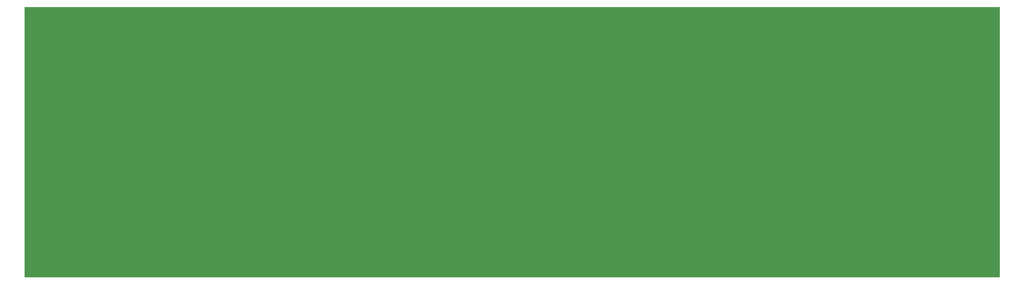
<source format=gbr>
%TF.GenerationSoftware,KiCad,Pcbnew,(6.0.4)*%
%TF.CreationDate,2022-08-01T12:40:21+02:00*%
%TF.ProjectId,MHS_Mobile_Hardware_Sampler_V3,4d48535f-4d6f-4626-996c-655f48617264,rev?*%
%TF.SameCoordinates,Original*%
%TF.FileFunction,Profile,NP*%
%FSLAX46Y46*%
G04 Gerber Fmt 4.6, Leading zero omitted, Abs format (unit mm)*
G04 Created by KiCad (PCBNEW (6.0.4)) date 2022-08-01 12:40:21*
%MOMM*%
%LPD*%
G01*
G04 APERTURE LIST*
%TA.AperFunction,Profile*%
%ADD10C,0.100000*%
%TD*%
G04 APERTURE END LIST*
D10*
X17000000Y-106500000D02*
X215000000Y-106500000D01*
X215000000Y-106500000D02*
X215000000Y-161500000D01*
X215000000Y-161500000D02*
X17000000Y-161500000D01*
X17000000Y-161500000D02*
X17000000Y-106500000D01*
G36*
X214942121Y-106520002D02*
G01*
X214988614Y-106573658D01*
X215000000Y-106626000D01*
X215000000Y-161374000D01*
X214979998Y-161442121D01*
X214926342Y-161488614D01*
X214874000Y-161500000D01*
X17126000Y-161500000D01*
X17057879Y-161479998D01*
X17011386Y-161426342D01*
X17000000Y-161374000D01*
X17000000Y-106626000D01*
X17020002Y-106557879D01*
X17073658Y-106511386D01*
X17126000Y-106500000D01*
X214874000Y-106500000D01*
X214942121Y-106520002D01*
G37*
M02*

</source>
